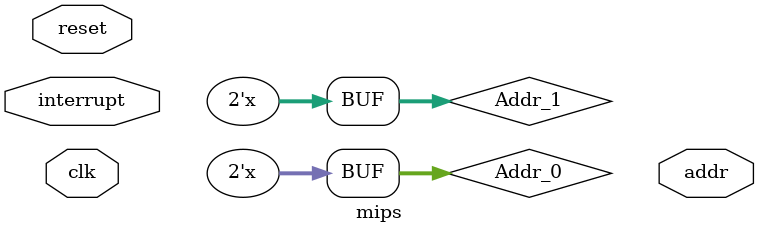
<source format=v>
`timescale 1ns / 1ps
module mips(
	input clk,
	input reset,
	input interrupt,
	output [31:0] addr
    );
	
	wire [31:0] PrRD, PrA, PrWD;
	
	cpu cpu(
		.clk(clk),
		.reset(reset),
		.PrRD(PrRD),
		.HWInt({3'b0, interrupt, IRQ_1, IRQ_0}),
		.PrA(PrA),
		.PrWE(PrWE),
		.PrWD(PrWD)
	);
	
	wire [1:0] Addr_0;
	wire [31:0] Din_0, Dout_0;
	wire WE_0, IRQ_0;
	
	TC timer0(
		.clk(clk), 
		.reset(reset), 
		.Addr(Addr_0), 
		.WE(WE_0), 
		.Din(Din_0), 
		.Dout(Dout_0), 
		.IRQ(IRQ_0)
    );
	
	wire [1:0] Addr_1;
	wire [31:0] Din_1, Dout_1;
	wire WE_1, IRQ_1;
	
	TC timer1(
		.clk(clk), 
		.reset(reset), 
		.Addr(Addr_1), 
		.WE(WE_1), 
		.Din(Din_1), 
		.Dout(Dout_1), 
		.IRQ(IRQ_1)
    );
	
	assign PrWD = 
		PrA <= 32'h00007f0b ? Dout_0 :
		Dout_1;
		
	assign Addr_0 = Pr_A[31:2];
	assign Addr_1 = Pr_A[31:2];
	assign WE_0 = PrWE && PrA <= 32'h00007f0b;
	assign WE_1 = PrWE && PrA > 32'h00007f0b;
	assign Din_0 = PrRD;
	assign Din_1 = PrRD;

endmodule

</source>
